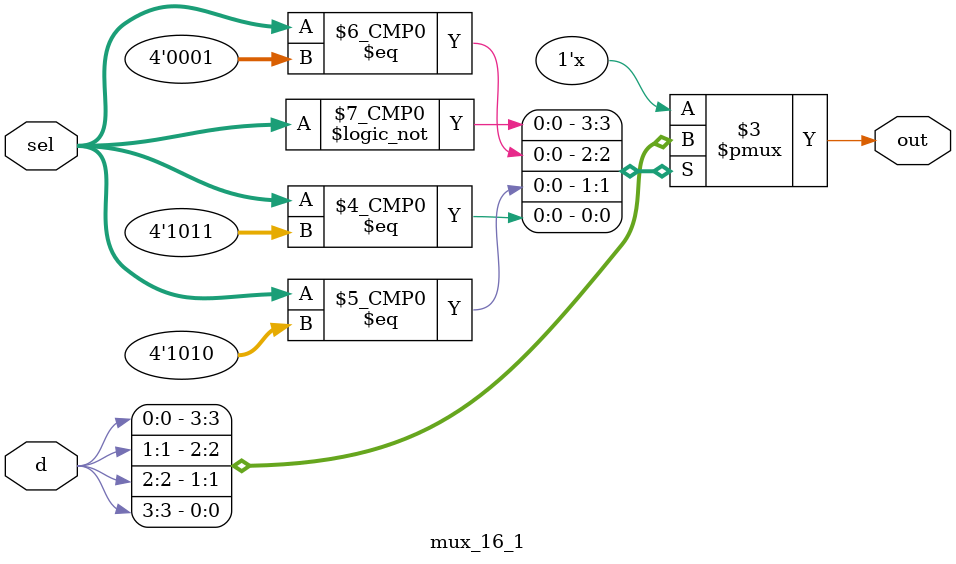
<source format=v>
`timescale 1ns / 1ps


module mux_16_1(
    input [15:0] d,
    input [3:0] sel,
    output reg out
    );
    always@(*)
    begin
     case(sel)
     0000:out=d[0];
     0001:out=d[1];
     0010:out=d[2];
     0011:out=d[3];
     0010:out=d[4];
     0101:out=d[5];
     0110:out=d[6];
     0111:out=d[7];
     1000:out=d[8];
     1001:out=d[9];
     1010:out=d[10];
     1011:out=d[11];
     1100:out=d[12];
     1101:out=d[13];
     1110:out=d[14];
     1111:out=d[15];
     
     endcase
   end
     
endmodule

</source>
